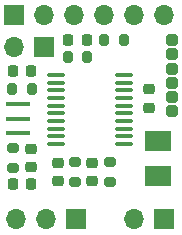
<source format=gbr>
%TF.GenerationSoftware,KiCad,Pcbnew,8.0.3*%
%TF.CreationDate,2024-11-10T00:39:19+08:00*%
%TF.ProjectId,NekoPurrTech_TiltingCtrl,4e656b6f-5075-4727-9254-6563685f5469,rev?*%
%TF.SameCoordinates,Original*%
%TF.FileFunction,Soldermask,Top*%
%TF.FilePolarity,Negative*%
%FSLAX46Y46*%
G04 Gerber Fmt 4.6, Leading zero omitted, Abs format (unit mm)*
G04 Created by KiCad (PCBNEW 8.0.3) date 2024-11-10 00:39:19*
%MOMM*%
%LPD*%
G01*
G04 APERTURE LIST*
G04 Aperture macros list*
%AMRoundRect*
0 Rectangle with rounded corners*
0 $1 Rounding radius*
0 $2 $3 $4 $5 $6 $7 $8 $9 X,Y pos of 4 corners*
0 Add a 4 corners polygon primitive as box body*
4,1,4,$2,$3,$4,$5,$6,$7,$8,$9,$2,$3,0*
0 Add four circle primitives for the rounded corners*
1,1,$1+$1,$2,$3*
1,1,$1+$1,$4,$5*
1,1,$1+$1,$6,$7*
1,1,$1+$1,$8,$9*
0 Add four rect primitives between the rounded corners*
20,1,$1+$1,$2,$3,$4,$5,0*
20,1,$1+$1,$4,$5,$6,$7,0*
20,1,$1+$1,$6,$7,$8,$9,0*
20,1,$1+$1,$8,$9,$2,$3,0*%
G04 Aperture macros list end*
%ADD10R,2.100000X0.400000*%
%ADD11RoundRect,0.200000X0.200000X0.275000X-0.200000X0.275000X-0.200000X-0.275000X0.200000X-0.275000X0*%
%ADD12RoundRect,0.225000X-0.250000X0.225000X-0.250000X-0.225000X0.250000X-0.225000X0.250000X0.225000X0*%
%ADD13RoundRect,0.250000X0.250000X-0.250000X0.250000X0.250000X-0.250000X0.250000X-0.250000X-0.250000X0*%
%ADD14R,1.700000X1.700000*%
%ADD15O,1.700000X1.700000*%
%ADD16RoundRect,0.200000X0.275000X-0.200000X0.275000X0.200000X-0.275000X0.200000X-0.275000X-0.200000X0*%
%ADD17RoundRect,0.218750X0.218750X0.256250X-0.218750X0.256250X-0.218750X-0.256250X0.218750X-0.256250X0*%
%ADD18R,2.300000X1.800000*%
%ADD19RoundRect,0.225000X0.225000X0.250000X-0.225000X0.250000X-0.225000X-0.250000X0.225000X-0.250000X0*%
%ADD20RoundRect,0.100000X-0.637500X-0.100000X0.637500X-0.100000X0.637500X0.100000X-0.637500X0.100000X0*%
%ADD21RoundRect,0.225000X-0.225000X-0.250000X0.225000X-0.250000X0.225000X0.250000X-0.225000X0.250000X0*%
G04 APERTURE END LIST*
D10*
%TO.C,R6*%
X86610000Y-66270000D03*
X86610000Y-65070000D03*
X86610000Y-63870000D03*
%TD*%
D11*
%TO.C,R12*%
X87815000Y-62540000D03*
X86165000Y-62540000D03*
%TD*%
D12*
%TO.C,C8*%
X90050000Y-68800000D03*
X90050000Y-70350000D03*
%TD*%
D13*
%TO.C,J4*%
X99690000Y-64440000D03*
X99690000Y-63240000D03*
X99690000Y-62040000D03*
X99690000Y-60840000D03*
X99690000Y-59640000D03*
X99690000Y-58440000D03*
%TD*%
D12*
%TO.C,C4*%
X87740000Y-67615000D03*
X87740000Y-69165000D03*
%TD*%
D11*
%TO.C,R7*%
X92530000Y-59850000D03*
X90880000Y-59850000D03*
%TD*%
D14*
%TO.C,J5*%
X88885000Y-59000000D03*
D15*
X86345000Y-59000000D03*
%TD*%
D16*
%TO.C,R5*%
X91500000Y-70400000D03*
X91500000Y-68750000D03*
%TD*%
D17*
%TO.C,D3*%
X92490000Y-58380000D03*
X90915000Y-58380000D03*
%TD*%
D18*
%TO.C,C1*%
X98500000Y-69900000D03*
X98500000Y-67000000D03*
%TD*%
D19*
%TO.C,C14*%
X87765000Y-61080000D03*
X86215000Y-61080000D03*
%TD*%
D16*
%TO.C,R3*%
X86240000Y-69215000D03*
X86240000Y-67565000D03*
%TD*%
D11*
%TO.C,R11*%
X95615000Y-58380000D03*
X93965000Y-58380000D03*
%TD*%
D20*
%TO.C,U1*%
X89901500Y-61375000D03*
X89901500Y-62025000D03*
X89901500Y-62675000D03*
X89901500Y-63325000D03*
X89901500Y-63975000D03*
X89901500Y-64625000D03*
X89901500Y-65275000D03*
X89901500Y-65925000D03*
X89901500Y-66575000D03*
X89901500Y-67225000D03*
X95626500Y-67225000D03*
X95626500Y-66575000D03*
X95626500Y-65925000D03*
X95626500Y-65275000D03*
X95626500Y-64625000D03*
X95626500Y-63975000D03*
X95626500Y-63325000D03*
X95626500Y-62675000D03*
X95626500Y-62025000D03*
X95626500Y-61375000D03*
%TD*%
D16*
%TO.C,R2*%
X94425000Y-70400000D03*
X94425000Y-68750000D03*
%TD*%
D14*
%TO.C,J3*%
X86350000Y-56300000D03*
D15*
X88890000Y-56300000D03*
X91430000Y-56300000D03*
X93970000Y-56300000D03*
X96510000Y-56300000D03*
X99050000Y-56300000D03*
%TD*%
D14*
%TO.C,J2*%
X91580000Y-73600000D03*
D15*
X89040000Y-73600000D03*
X86500000Y-73600000D03*
%TD*%
D12*
%TO.C,C3*%
X92950000Y-68800000D03*
X92950000Y-70350000D03*
%TD*%
%TO.C,C6*%
X97700000Y-62600000D03*
X97700000Y-64150000D03*
%TD*%
D21*
%TO.C,C5*%
X86215000Y-70615000D03*
X87765000Y-70615000D03*
%TD*%
D14*
%TO.C,J1*%
X99025000Y-73600000D03*
D15*
X96485000Y-73600000D03*
%TD*%
M02*

</source>
